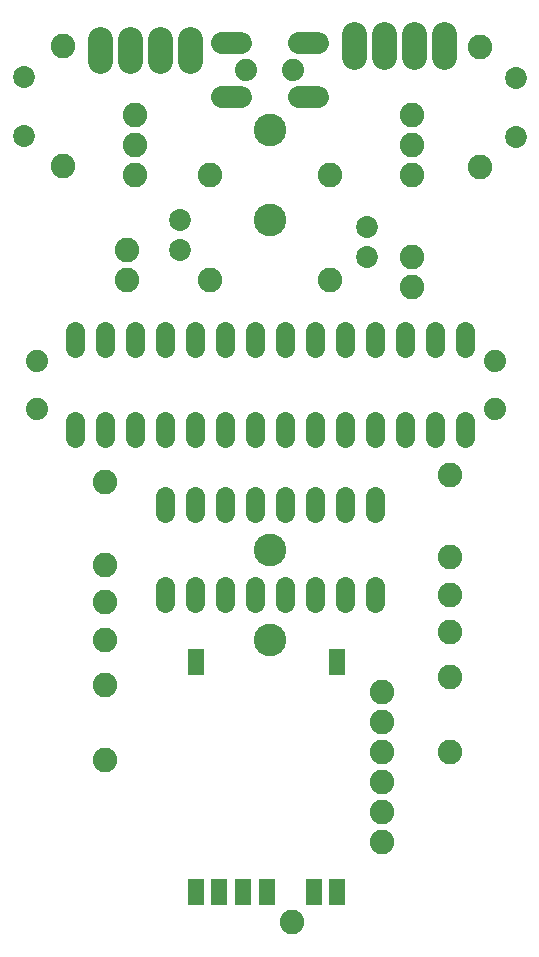
<source format=gbs>
G75*
%MOIN*%
%OFA0B0*%
%FSLAX24Y24*%
%IPPOS*%
%LPD*%
%AMOC8*
5,1,8,0,0,1.08239X$1,22.5*
%
%ADD10C,0.0820*%
%ADD11C,0.0730*%
%ADD12R,0.0580X0.0867*%
%ADD13C,0.0640*%
%ADD14C,0.0720*%
%ADD15C,0.0740*%
%ADD16C,0.1085*%
%ADD17C,0.0820*%
D10*
X003990Y006790D03*
X003990Y009290D03*
X003990Y010790D03*
X003990Y012040D03*
X003990Y013290D03*
X003990Y016040D03*
X004740Y022790D03*
X004740Y023790D03*
X004990Y026290D03*
X004990Y027290D03*
X004990Y028290D03*
X002600Y026580D03*
X002600Y030580D03*
X007490Y026290D03*
X007490Y022790D03*
X011490Y022790D03*
X011490Y026290D03*
X014240Y026290D03*
X014240Y027290D03*
X014240Y028290D03*
X016490Y026540D03*
X014240Y023540D03*
X014240Y022540D03*
X015490Y016290D03*
X015490Y013540D03*
X015490Y012290D03*
X015490Y011040D03*
X015490Y009540D03*
X015490Y007040D03*
X013240Y007040D03*
X013240Y006040D03*
X013240Y005040D03*
X013240Y004040D03*
X013240Y008040D03*
X013240Y009040D03*
X010240Y001390D03*
X016490Y030540D03*
D11*
X017690Y029534D03*
X017690Y027566D03*
X012740Y024540D03*
X012740Y023540D03*
X006490Y023790D03*
X006490Y024790D03*
X001290Y027596D03*
X001290Y029564D03*
D12*
X007021Y010068D03*
X011746Y010068D03*
X011746Y002390D03*
X010959Y002390D03*
X009384Y002390D03*
X008596Y002390D03*
X007809Y002390D03*
X007021Y002390D03*
D13*
X006990Y012010D02*
X006990Y012570D01*
X005990Y012570D02*
X005990Y012010D01*
X005990Y015010D02*
X005990Y015570D01*
X006990Y015570D02*
X006990Y015010D01*
X007990Y015010D02*
X007990Y015570D01*
X008990Y015570D02*
X008990Y015010D01*
X009990Y015010D02*
X009990Y015570D01*
X010990Y015570D02*
X010990Y015010D01*
X011990Y015010D02*
X011990Y015570D01*
X012990Y015570D02*
X012990Y015010D01*
X012990Y012570D02*
X012990Y012010D01*
X011990Y012010D02*
X011990Y012570D01*
X010990Y012570D02*
X010990Y012010D01*
X009990Y012010D02*
X009990Y012570D01*
X008990Y012570D02*
X008990Y012010D01*
X007990Y012010D02*
X007990Y012570D01*
X007990Y017510D02*
X007990Y018070D01*
X006990Y018070D02*
X006990Y017510D01*
X005990Y017510D02*
X005990Y018070D01*
X004990Y018070D02*
X004990Y017510D01*
X003990Y017510D02*
X003990Y018070D01*
X002990Y018070D02*
X002990Y017510D01*
X002990Y020510D02*
X002990Y021070D01*
X003990Y021070D02*
X003990Y020510D01*
X004990Y020510D02*
X004990Y021070D01*
X005990Y021070D02*
X005990Y020510D01*
X006990Y020510D02*
X006990Y021070D01*
X007990Y021070D02*
X007990Y020510D01*
X008990Y020510D02*
X008990Y021070D01*
X009990Y021070D02*
X009990Y020510D01*
X010990Y020510D02*
X010990Y021070D01*
X011990Y021070D02*
X011990Y020510D01*
X012990Y020510D02*
X012990Y021070D01*
X013990Y021070D02*
X013990Y020510D01*
X014990Y020510D02*
X014990Y021070D01*
X015990Y021070D02*
X015990Y020510D01*
X015990Y018070D02*
X015990Y017510D01*
X014990Y017510D02*
X014990Y018070D01*
X013990Y018070D02*
X013990Y017510D01*
X012990Y017510D02*
X012990Y018070D01*
X011990Y018070D02*
X011990Y017510D01*
X010990Y017510D02*
X010990Y018070D01*
X009990Y018070D02*
X009990Y017510D01*
X008990Y017510D02*
X008990Y018070D01*
D14*
X008530Y028900D02*
X007890Y028900D01*
X007890Y030680D02*
X008530Y030680D01*
X010450Y030680D02*
X011090Y030680D01*
X011090Y028900D02*
X010450Y028900D01*
D15*
X010277Y029790D03*
X008703Y029790D03*
X001740Y020077D03*
X001740Y018503D03*
X016990Y018503D03*
X016990Y020077D03*
D16*
X009490Y024790D03*
X009490Y027790D03*
X009490Y013790D03*
X009490Y010790D03*
D17*
X006840Y030080D02*
X006840Y030820D01*
X005840Y030820D02*
X005840Y030080D01*
X004840Y030080D02*
X004840Y030820D01*
X003840Y030820D02*
X003840Y030080D01*
X012280Y030230D02*
X012280Y030970D01*
X013280Y030970D02*
X013280Y030230D01*
X014280Y030230D02*
X014280Y030970D01*
X015280Y030970D02*
X015280Y030230D01*
M02*

</source>
